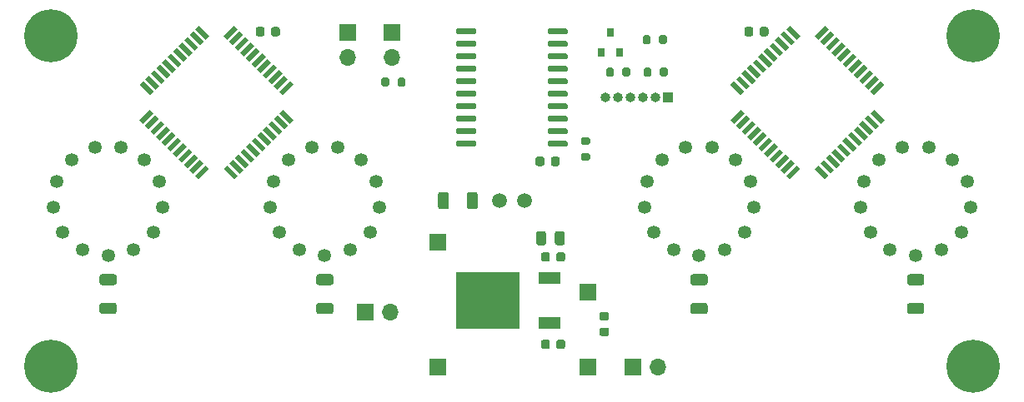
<source format=gbr>
G04 #@! TF.GenerationSoftware,KiCad,Pcbnew,(5.1.8)-1*
G04 #@! TF.CreationDate,2020-11-08T19:12:23+01:00*
G04 #@! TF.ProjectId,MainBoard,4d61696e-426f-4617-9264-2e6b69636164,rev?*
G04 #@! TF.SameCoordinates,Original*
G04 #@! TF.FileFunction,Soldermask,Top*
G04 #@! TF.FilePolarity,Negative*
%FSLAX46Y46*%
G04 Gerber Fmt 4.6, Leading zero omitted, Abs format (unit mm)*
G04 Created by KiCad (PCBNEW (5.1.8)-1) date 2020-11-08 19:12:23*
%MOMM*%
%LPD*%
G01*
G04 APERTURE LIST*
%ADD10O,1.700000X1.700000*%
%ADD11R,1.700000X1.700000*%
%ADD12C,0.800000*%
%ADD13C,5.400000*%
%ADD14R,6.400000X5.800000*%
%ADD15R,2.200000X1.200000*%
%ADD16O,1.000000X1.000000*%
%ADD17R,1.000000X1.000000*%
%ADD18R,0.800000X0.900000*%
%ADD19C,1.346200*%
%ADD20C,0.100000*%
%ADD21C,1.500000*%
G04 APERTURE END LIST*
G36*
G01*
X84094000Y-23347000D02*
X84094000Y-23897000D01*
G75*
G02*
X83894000Y-24097000I-200000J0D01*
G01*
X83494000Y-24097000D01*
G75*
G02*
X83294000Y-23897000I0J200000D01*
G01*
X83294000Y-23347000D01*
G75*
G02*
X83494000Y-23147000I200000J0D01*
G01*
X83894000Y-23147000D01*
G75*
G02*
X84094000Y-23347000I0J-200000D01*
G01*
G37*
G36*
G01*
X85744000Y-23347000D02*
X85744000Y-23897000D01*
G75*
G02*
X85544000Y-24097000I-200000J0D01*
G01*
X85144000Y-24097000D01*
G75*
G02*
X84944000Y-23897000I0J200000D01*
G01*
X84944000Y-23347000D01*
G75*
G02*
X85144000Y-23147000I200000J0D01*
G01*
X85544000Y-23147000D01*
G75*
G02*
X85744000Y-23347000I0J-200000D01*
G01*
G37*
G36*
G01*
X79118750Y-52902500D02*
X79631250Y-52902500D01*
G75*
G02*
X79850000Y-53121250I0J-218750D01*
G01*
X79850000Y-53558750D01*
G75*
G02*
X79631250Y-53777500I-218750J0D01*
G01*
X79118750Y-53777500D01*
G75*
G02*
X78900000Y-53558750I0J218750D01*
G01*
X78900000Y-53121250D01*
G75*
G02*
X79118750Y-52902500I218750J0D01*
G01*
G37*
G36*
G01*
X79118750Y-51327500D02*
X79631250Y-51327500D01*
G75*
G02*
X79850000Y-51546250I0J-218750D01*
G01*
X79850000Y-51983750D01*
G75*
G02*
X79631250Y-52202500I-218750J0D01*
G01*
X79118750Y-52202500D01*
G75*
G02*
X78900000Y-51983750I0J218750D01*
G01*
X78900000Y-51546250D01*
G75*
G02*
X79118750Y-51327500I218750J0D01*
G01*
G37*
D10*
X57658000Y-51308000D03*
D11*
X55118000Y-51308000D03*
G36*
G01*
X77195000Y-35160000D02*
X77745000Y-35160000D01*
G75*
G02*
X77945000Y-35360000I0J-200000D01*
G01*
X77945000Y-35760000D01*
G75*
G02*
X77745000Y-35960000I-200000J0D01*
G01*
X77195000Y-35960000D01*
G75*
G02*
X76995000Y-35760000I0J200000D01*
G01*
X76995000Y-35360000D01*
G75*
G02*
X77195000Y-35160000I200000J0D01*
G01*
G37*
G36*
G01*
X77195000Y-33510000D02*
X77745000Y-33510000D01*
G75*
G02*
X77945000Y-33710000I0J-200000D01*
G01*
X77945000Y-34110000D01*
G75*
G02*
X77745000Y-34310000I-200000J0D01*
G01*
X77195000Y-34310000D01*
G75*
G02*
X76995000Y-34110000I0J200000D01*
G01*
X76995000Y-33710000D01*
G75*
G02*
X77195000Y-33510000I200000J0D01*
G01*
G37*
D12*
X118231891Y-55368109D03*
X116800000Y-54775000D03*
X115368109Y-55368109D03*
X114775000Y-56800000D03*
X115368109Y-58231891D03*
X116800000Y-58825000D03*
X118231891Y-58231891D03*
X118825000Y-56800000D03*
D13*
X116800000Y-56800000D03*
D12*
X118231891Y-21768109D03*
X116800000Y-21175000D03*
X115368109Y-21768109D03*
X114775000Y-23200000D03*
X115368109Y-24631891D03*
X116800000Y-25225000D03*
X118231891Y-24631891D03*
X118825000Y-23200000D03*
D13*
X116800000Y-23200000D03*
D12*
X24631891Y-55368109D03*
X23200000Y-54775000D03*
X21768109Y-55368109D03*
X21175000Y-56800000D03*
X21768109Y-58231891D03*
X23200000Y-58825000D03*
X24631891Y-58231891D03*
X25225000Y-56800000D03*
D13*
X23200000Y-56800000D03*
D12*
X24631891Y-21768109D03*
X23200000Y-21175000D03*
X21768109Y-21768109D03*
X21175000Y-23200000D03*
X21768109Y-24631891D03*
X23200000Y-25225000D03*
X24631891Y-24631891D03*
X25225000Y-23200000D03*
D13*
X23200000Y-23200000D03*
G36*
G01*
X58400000Y-28215000D02*
X58400000Y-27665000D01*
G75*
G02*
X58600000Y-27465000I200000J0D01*
G01*
X59000000Y-27465000D01*
G75*
G02*
X59200000Y-27665000I0J-200000D01*
G01*
X59200000Y-28215000D01*
G75*
G02*
X59000000Y-28415000I-200000J0D01*
G01*
X58600000Y-28415000D01*
G75*
G02*
X58400000Y-28215000I0J200000D01*
G01*
G37*
G36*
G01*
X56750000Y-28215000D02*
X56750000Y-27665000D01*
G75*
G02*
X56950000Y-27465000I200000J0D01*
G01*
X57350000Y-27465000D01*
G75*
G02*
X57550000Y-27665000I0J-200000D01*
G01*
X57550000Y-28215000D01*
G75*
G02*
X57350000Y-28415000I-200000J0D01*
G01*
X56950000Y-28415000D01*
G75*
G02*
X56750000Y-28215000I0J200000D01*
G01*
G37*
D14*
X67540000Y-50165000D03*
D15*
X73840000Y-47885000D03*
X73840000Y-52445000D03*
G36*
G01*
X73856000Y-54360000D02*
X73856000Y-54860000D01*
G75*
G02*
X73631000Y-55085000I-225000J0D01*
G01*
X73181000Y-55085000D01*
G75*
G02*
X72956000Y-54860000I0J225000D01*
G01*
X72956000Y-54360000D01*
G75*
G02*
X73181000Y-54135000I225000J0D01*
G01*
X73631000Y-54135000D01*
G75*
G02*
X73856000Y-54360000I0J-225000D01*
G01*
G37*
G36*
G01*
X75406000Y-54360000D02*
X75406000Y-54860000D01*
G75*
G02*
X75181000Y-55085000I-225000J0D01*
G01*
X74731000Y-55085000D01*
G75*
G02*
X74506000Y-54860000I0J225000D01*
G01*
X74506000Y-54360000D01*
G75*
G02*
X74731000Y-54135000I225000J0D01*
G01*
X75181000Y-54135000D01*
G75*
G02*
X75406000Y-54360000I0J-225000D01*
G01*
G37*
G36*
G01*
X65412500Y-40625001D02*
X65412500Y-39374999D01*
G75*
G02*
X65662499Y-39125000I249999J0D01*
G01*
X66287501Y-39125000D01*
G75*
G02*
X66537500Y-39374999I0J-249999D01*
G01*
X66537500Y-40625001D01*
G75*
G02*
X66287501Y-40875000I-249999J0D01*
G01*
X65662499Y-40875000D01*
G75*
G02*
X65412500Y-40625001I0J249999D01*
G01*
G37*
G36*
G01*
X62487500Y-40625001D02*
X62487500Y-39374999D01*
G75*
G02*
X62737499Y-39125000I249999J0D01*
G01*
X63362501Y-39125000D01*
G75*
G02*
X63612500Y-39374999I0J-249999D01*
G01*
X63612500Y-40625001D01*
G75*
G02*
X63362501Y-40875000I-249999J0D01*
G01*
X62737499Y-40875000D01*
G75*
G02*
X62487500Y-40625001I0J249999D01*
G01*
G37*
G36*
G01*
X84157000Y-26649000D02*
X84157000Y-27199000D01*
G75*
G02*
X83957000Y-27399000I-200000J0D01*
G01*
X83557000Y-27399000D01*
G75*
G02*
X83357000Y-27199000I0J200000D01*
G01*
X83357000Y-26649000D01*
G75*
G02*
X83557000Y-26449000I200000J0D01*
G01*
X83957000Y-26449000D01*
G75*
G02*
X84157000Y-26649000I0J-200000D01*
G01*
G37*
G36*
G01*
X85807000Y-26649000D02*
X85807000Y-27199000D01*
G75*
G02*
X85607000Y-27399000I-200000J0D01*
G01*
X85207000Y-27399000D01*
G75*
G02*
X85007000Y-27199000I0J200000D01*
G01*
X85007000Y-26649000D01*
G75*
G02*
X85207000Y-26449000I200000J0D01*
G01*
X85607000Y-26449000D01*
G75*
G02*
X85807000Y-26649000I0J-200000D01*
G01*
G37*
G36*
G01*
X111625001Y-48600000D02*
X110374999Y-48600000D01*
G75*
G02*
X110125000Y-48350001I0J249999D01*
G01*
X110125000Y-47724999D01*
G75*
G02*
X110374999Y-47475000I249999J0D01*
G01*
X111625001Y-47475000D01*
G75*
G02*
X111875000Y-47724999I0J-249999D01*
G01*
X111875000Y-48350001D01*
G75*
G02*
X111625001Y-48600000I-249999J0D01*
G01*
G37*
G36*
G01*
X111625001Y-51525000D02*
X110374999Y-51525000D01*
G75*
G02*
X110125000Y-51275001I0J249999D01*
G01*
X110125000Y-50649999D01*
G75*
G02*
X110374999Y-50400000I249999J0D01*
G01*
X111625001Y-50400000D01*
G75*
G02*
X111875000Y-50649999I0J-249999D01*
G01*
X111875000Y-51275001D01*
G75*
G02*
X111625001Y-51525000I-249999J0D01*
G01*
G37*
G36*
G01*
X89625001Y-48600000D02*
X88374999Y-48600000D01*
G75*
G02*
X88125000Y-48350001I0J249999D01*
G01*
X88125000Y-47724999D01*
G75*
G02*
X88374999Y-47475000I249999J0D01*
G01*
X89625001Y-47475000D01*
G75*
G02*
X89875000Y-47724999I0J-249999D01*
G01*
X89875000Y-48350001D01*
G75*
G02*
X89625001Y-48600000I-249999J0D01*
G01*
G37*
G36*
G01*
X89625001Y-51525000D02*
X88374999Y-51525000D01*
G75*
G02*
X88125000Y-51275001I0J249999D01*
G01*
X88125000Y-50649999D01*
G75*
G02*
X88374999Y-50400000I249999J0D01*
G01*
X89625001Y-50400000D01*
G75*
G02*
X89875000Y-50649999I0J-249999D01*
G01*
X89875000Y-51275001D01*
G75*
G02*
X89625001Y-51525000I-249999J0D01*
G01*
G37*
G36*
G01*
X51625001Y-48600000D02*
X50374999Y-48600000D01*
G75*
G02*
X50125000Y-48350001I0J249999D01*
G01*
X50125000Y-47724999D01*
G75*
G02*
X50374999Y-47475000I249999J0D01*
G01*
X51625001Y-47475000D01*
G75*
G02*
X51875000Y-47724999I0J-249999D01*
G01*
X51875000Y-48350001D01*
G75*
G02*
X51625001Y-48600000I-249999J0D01*
G01*
G37*
G36*
G01*
X51625001Y-51525000D02*
X50374999Y-51525000D01*
G75*
G02*
X50125000Y-51275001I0J249999D01*
G01*
X50125000Y-50649999D01*
G75*
G02*
X50374999Y-50400000I249999J0D01*
G01*
X51625001Y-50400000D01*
G75*
G02*
X51875000Y-50649999I0J-249999D01*
G01*
X51875000Y-51275001D01*
G75*
G02*
X51625001Y-51525000I-249999J0D01*
G01*
G37*
G36*
G01*
X29625001Y-48587500D02*
X28374999Y-48587500D01*
G75*
G02*
X28125000Y-48337501I0J249999D01*
G01*
X28125000Y-47712499D01*
G75*
G02*
X28374999Y-47462500I249999J0D01*
G01*
X29625001Y-47462500D01*
G75*
G02*
X29875000Y-47712499I0J-249999D01*
G01*
X29875000Y-48337501D01*
G75*
G02*
X29625001Y-48587500I-249999J0D01*
G01*
G37*
G36*
G01*
X29625001Y-51512500D02*
X28374999Y-51512500D01*
G75*
G02*
X28125000Y-51262501I0J249999D01*
G01*
X28125000Y-50637499D01*
G75*
G02*
X28374999Y-50387500I249999J0D01*
G01*
X29625001Y-50387500D01*
G75*
G02*
X29875000Y-50637499I0J-249999D01*
G01*
X29875000Y-51262501D01*
G75*
G02*
X29625001Y-51512500I-249999J0D01*
G01*
G37*
G36*
G01*
X73464000Y-43340000D02*
X73464000Y-44290000D01*
G75*
G02*
X73214000Y-44540000I-250000J0D01*
G01*
X72714000Y-44540000D01*
G75*
G02*
X72464000Y-44290000I0J250000D01*
G01*
X72464000Y-43340000D01*
G75*
G02*
X72714000Y-43090000I250000J0D01*
G01*
X73214000Y-43090000D01*
G75*
G02*
X73464000Y-43340000I0J-250000D01*
G01*
G37*
G36*
G01*
X75364000Y-43340000D02*
X75364000Y-44290000D01*
G75*
G02*
X75114000Y-44540000I-250000J0D01*
G01*
X74614000Y-44540000D01*
G75*
G02*
X74364000Y-44290000I0J250000D01*
G01*
X74364000Y-43340000D01*
G75*
G02*
X74614000Y-43090000I250000J0D01*
G01*
X75114000Y-43090000D01*
G75*
G02*
X75364000Y-43340000I0J-250000D01*
G01*
G37*
G36*
G01*
X73856000Y-45470000D02*
X73856000Y-45970000D01*
G75*
G02*
X73631000Y-46195000I-225000J0D01*
G01*
X73181000Y-46195000D01*
G75*
G02*
X72956000Y-45970000I0J225000D01*
G01*
X72956000Y-45470000D01*
G75*
G02*
X73181000Y-45245000I225000J0D01*
G01*
X73631000Y-45245000D01*
G75*
G02*
X73856000Y-45470000I0J-225000D01*
G01*
G37*
G36*
G01*
X75406000Y-45470000D02*
X75406000Y-45970000D01*
G75*
G02*
X75181000Y-46195000I-225000J0D01*
G01*
X74731000Y-46195000D01*
G75*
G02*
X74506000Y-45970000I0J225000D01*
G01*
X74506000Y-45470000D01*
G75*
G02*
X74731000Y-45245000I225000J0D01*
G01*
X75181000Y-45245000D01*
G75*
G02*
X75406000Y-45470000I0J-225000D01*
G01*
G37*
G36*
G01*
X45550000Y-23050000D02*
X45550000Y-22550000D01*
G75*
G02*
X45775000Y-22325000I225000J0D01*
G01*
X46225000Y-22325000D01*
G75*
G02*
X46450000Y-22550000I0J-225000D01*
G01*
X46450000Y-23050000D01*
G75*
G02*
X46225000Y-23275000I-225000J0D01*
G01*
X45775000Y-23275000D01*
G75*
G02*
X45550000Y-23050000I0J225000D01*
G01*
G37*
G36*
G01*
X44000000Y-23050000D02*
X44000000Y-22550000D01*
G75*
G02*
X44225000Y-22325000I225000J0D01*
G01*
X44675000Y-22325000D01*
G75*
G02*
X44900000Y-22550000I0J-225000D01*
G01*
X44900000Y-23050000D01*
G75*
G02*
X44675000Y-23275000I-225000J0D01*
G01*
X44225000Y-23275000D01*
G75*
G02*
X44000000Y-23050000I0J225000D01*
G01*
G37*
G36*
G01*
X95150000Y-23050000D02*
X95150000Y-22550000D01*
G75*
G02*
X95375000Y-22325000I225000J0D01*
G01*
X95825000Y-22325000D01*
G75*
G02*
X96050000Y-22550000I0J-225000D01*
G01*
X96050000Y-23050000D01*
G75*
G02*
X95825000Y-23275000I-225000J0D01*
G01*
X95375000Y-23275000D01*
G75*
G02*
X95150000Y-23050000I0J225000D01*
G01*
G37*
G36*
G01*
X93600000Y-23050000D02*
X93600000Y-22550000D01*
G75*
G02*
X93825000Y-22325000I225000J0D01*
G01*
X94275000Y-22325000D01*
G75*
G02*
X94500000Y-22550000I0J-225000D01*
G01*
X94500000Y-23050000D01*
G75*
G02*
X94275000Y-23275000I-225000J0D01*
G01*
X93825000Y-23275000D01*
G75*
G02*
X93600000Y-23050000I0J225000D01*
G01*
G37*
G36*
G01*
X73300000Y-35750000D02*
X73300000Y-36250000D01*
G75*
G02*
X73075000Y-36475000I-225000J0D01*
G01*
X72625000Y-36475000D01*
G75*
G02*
X72400000Y-36250000I0J225000D01*
G01*
X72400000Y-35750000D01*
G75*
G02*
X72625000Y-35525000I225000J0D01*
G01*
X73075000Y-35525000D01*
G75*
G02*
X73300000Y-35750000I0J-225000D01*
G01*
G37*
G36*
G01*
X74850000Y-35750000D02*
X74850000Y-36250000D01*
G75*
G02*
X74625000Y-36475000I-225000J0D01*
G01*
X74175000Y-36475000D01*
G75*
G02*
X73950000Y-36250000I0J225000D01*
G01*
X73950000Y-35750000D01*
G75*
G02*
X74175000Y-35525000I225000J0D01*
G01*
X74625000Y-35525000D01*
G75*
G02*
X74850000Y-35750000I0J-225000D01*
G01*
G37*
D16*
X79502000Y-29464000D03*
X80772000Y-29464000D03*
X82042000Y-29464000D03*
X83312000Y-29464000D03*
X84582000Y-29464000D03*
D17*
X85852000Y-29464000D03*
G36*
G01*
X80347000Y-26649000D02*
X80347000Y-27199000D01*
G75*
G02*
X80147000Y-27399000I-200000J0D01*
G01*
X79747000Y-27399000D01*
G75*
G02*
X79547000Y-27199000I0J200000D01*
G01*
X79547000Y-26649000D01*
G75*
G02*
X79747000Y-26449000I200000J0D01*
G01*
X80147000Y-26449000D01*
G75*
G02*
X80347000Y-26649000I0J-200000D01*
G01*
G37*
G36*
G01*
X81997000Y-26649000D02*
X81997000Y-27199000D01*
G75*
G02*
X81797000Y-27399000I-200000J0D01*
G01*
X81397000Y-27399000D01*
G75*
G02*
X81197000Y-27199000I0J200000D01*
G01*
X81197000Y-26649000D01*
G75*
G02*
X81397000Y-26449000I200000J0D01*
G01*
X81797000Y-26449000D01*
G75*
G02*
X81997000Y-26649000I0J-200000D01*
G01*
G37*
D18*
X80010000Y-22876000D03*
X80960000Y-24876000D03*
X79060000Y-24876000D03*
D11*
X77724000Y-49276000D03*
X62484000Y-44196000D03*
X62484000Y-56896000D03*
X77724000Y-56896000D03*
G36*
G01*
X66375000Y-34065000D02*
X66375000Y-34365000D01*
G75*
G02*
X66225000Y-34515000I-150000J0D01*
G01*
X64475000Y-34515000D01*
G75*
G02*
X64325000Y-34365000I0J150000D01*
G01*
X64325000Y-34065000D01*
G75*
G02*
X64475000Y-33915000I150000J0D01*
G01*
X66225000Y-33915000D01*
G75*
G02*
X66375000Y-34065000I0J-150000D01*
G01*
G37*
G36*
G01*
X66375000Y-32795000D02*
X66375000Y-33095000D01*
G75*
G02*
X66225000Y-33245000I-150000J0D01*
G01*
X64475000Y-33245000D01*
G75*
G02*
X64325000Y-33095000I0J150000D01*
G01*
X64325000Y-32795000D01*
G75*
G02*
X64475000Y-32645000I150000J0D01*
G01*
X66225000Y-32645000D01*
G75*
G02*
X66375000Y-32795000I0J-150000D01*
G01*
G37*
G36*
G01*
X66375000Y-31525000D02*
X66375000Y-31825000D01*
G75*
G02*
X66225000Y-31975000I-150000J0D01*
G01*
X64475000Y-31975000D01*
G75*
G02*
X64325000Y-31825000I0J150000D01*
G01*
X64325000Y-31525000D01*
G75*
G02*
X64475000Y-31375000I150000J0D01*
G01*
X66225000Y-31375000D01*
G75*
G02*
X66375000Y-31525000I0J-150000D01*
G01*
G37*
G36*
G01*
X66375000Y-30255000D02*
X66375000Y-30555000D01*
G75*
G02*
X66225000Y-30705000I-150000J0D01*
G01*
X64475000Y-30705000D01*
G75*
G02*
X64325000Y-30555000I0J150000D01*
G01*
X64325000Y-30255000D01*
G75*
G02*
X64475000Y-30105000I150000J0D01*
G01*
X66225000Y-30105000D01*
G75*
G02*
X66375000Y-30255000I0J-150000D01*
G01*
G37*
G36*
G01*
X66375000Y-28985000D02*
X66375000Y-29285000D01*
G75*
G02*
X66225000Y-29435000I-150000J0D01*
G01*
X64475000Y-29435000D01*
G75*
G02*
X64325000Y-29285000I0J150000D01*
G01*
X64325000Y-28985000D01*
G75*
G02*
X64475000Y-28835000I150000J0D01*
G01*
X66225000Y-28835000D01*
G75*
G02*
X66375000Y-28985000I0J-150000D01*
G01*
G37*
G36*
G01*
X66375000Y-27715000D02*
X66375000Y-28015000D01*
G75*
G02*
X66225000Y-28165000I-150000J0D01*
G01*
X64475000Y-28165000D01*
G75*
G02*
X64325000Y-28015000I0J150000D01*
G01*
X64325000Y-27715000D01*
G75*
G02*
X64475000Y-27565000I150000J0D01*
G01*
X66225000Y-27565000D01*
G75*
G02*
X66375000Y-27715000I0J-150000D01*
G01*
G37*
G36*
G01*
X66375000Y-26445000D02*
X66375000Y-26745000D01*
G75*
G02*
X66225000Y-26895000I-150000J0D01*
G01*
X64475000Y-26895000D01*
G75*
G02*
X64325000Y-26745000I0J150000D01*
G01*
X64325000Y-26445000D01*
G75*
G02*
X64475000Y-26295000I150000J0D01*
G01*
X66225000Y-26295000D01*
G75*
G02*
X66375000Y-26445000I0J-150000D01*
G01*
G37*
G36*
G01*
X66375000Y-25175000D02*
X66375000Y-25475000D01*
G75*
G02*
X66225000Y-25625000I-150000J0D01*
G01*
X64475000Y-25625000D01*
G75*
G02*
X64325000Y-25475000I0J150000D01*
G01*
X64325000Y-25175000D01*
G75*
G02*
X64475000Y-25025000I150000J0D01*
G01*
X66225000Y-25025000D01*
G75*
G02*
X66375000Y-25175000I0J-150000D01*
G01*
G37*
G36*
G01*
X66375000Y-23905000D02*
X66375000Y-24205000D01*
G75*
G02*
X66225000Y-24355000I-150000J0D01*
G01*
X64475000Y-24355000D01*
G75*
G02*
X64325000Y-24205000I0J150000D01*
G01*
X64325000Y-23905000D01*
G75*
G02*
X64475000Y-23755000I150000J0D01*
G01*
X66225000Y-23755000D01*
G75*
G02*
X66375000Y-23905000I0J-150000D01*
G01*
G37*
G36*
G01*
X66375000Y-22635000D02*
X66375000Y-22935000D01*
G75*
G02*
X66225000Y-23085000I-150000J0D01*
G01*
X64475000Y-23085000D01*
G75*
G02*
X64325000Y-22935000I0J150000D01*
G01*
X64325000Y-22635000D01*
G75*
G02*
X64475000Y-22485000I150000J0D01*
G01*
X66225000Y-22485000D01*
G75*
G02*
X66375000Y-22635000I0J-150000D01*
G01*
G37*
G36*
G01*
X75675000Y-22635000D02*
X75675000Y-22935000D01*
G75*
G02*
X75525000Y-23085000I-150000J0D01*
G01*
X73775000Y-23085000D01*
G75*
G02*
X73625000Y-22935000I0J150000D01*
G01*
X73625000Y-22635000D01*
G75*
G02*
X73775000Y-22485000I150000J0D01*
G01*
X75525000Y-22485000D01*
G75*
G02*
X75675000Y-22635000I0J-150000D01*
G01*
G37*
G36*
G01*
X75675000Y-23905000D02*
X75675000Y-24205000D01*
G75*
G02*
X75525000Y-24355000I-150000J0D01*
G01*
X73775000Y-24355000D01*
G75*
G02*
X73625000Y-24205000I0J150000D01*
G01*
X73625000Y-23905000D01*
G75*
G02*
X73775000Y-23755000I150000J0D01*
G01*
X75525000Y-23755000D01*
G75*
G02*
X75675000Y-23905000I0J-150000D01*
G01*
G37*
G36*
G01*
X75675000Y-25175000D02*
X75675000Y-25475000D01*
G75*
G02*
X75525000Y-25625000I-150000J0D01*
G01*
X73775000Y-25625000D01*
G75*
G02*
X73625000Y-25475000I0J150000D01*
G01*
X73625000Y-25175000D01*
G75*
G02*
X73775000Y-25025000I150000J0D01*
G01*
X75525000Y-25025000D01*
G75*
G02*
X75675000Y-25175000I0J-150000D01*
G01*
G37*
G36*
G01*
X75675000Y-26445000D02*
X75675000Y-26745000D01*
G75*
G02*
X75525000Y-26895000I-150000J0D01*
G01*
X73775000Y-26895000D01*
G75*
G02*
X73625000Y-26745000I0J150000D01*
G01*
X73625000Y-26445000D01*
G75*
G02*
X73775000Y-26295000I150000J0D01*
G01*
X75525000Y-26295000D01*
G75*
G02*
X75675000Y-26445000I0J-150000D01*
G01*
G37*
G36*
G01*
X75675000Y-27715000D02*
X75675000Y-28015000D01*
G75*
G02*
X75525000Y-28165000I-150000J0D01*
G01*
X73775000Y-28165000D01*
G75*
G02*
X73625000Y-28015000I0J150000D01*
G01*
X73625000Y-27715000D01*
G75*
G02*
X73775000Y-27565000I150000J0D01*
G01*
X75525000Y-27565000D01*
G75*
G02*
X75675000Y-27715000I0J-150000D01*
G01*
G37*
G36*
G01*
X75675000Y-28985000D02*
X75675000Y-29285000D01*
G75*
G02*
X75525000Y-29435000I-150000J0D01*
G01*
X73775000Y-29435000D01*
G75*
G02*
X73625000Y-29285000I0J150000D01*
G01*
X73625000Y-28985000D01*
G75*
G02*
X73775000Y-28835000I150000J0D01*
G01*
X75525000Y-28835000D01*
G75*
G02*
X75675000Y-28985000I0J-150000D01*
G01*
G37*
G36*
G01*
X75675000Y-30255000D02*
X75675000Y-30555000D01*
G75*
G02*
X75525000Y-30705000I-150000J0D01*
G01*
X73775000Y-30705000D01*
G75*
G02*
X73625000Y-30555000I0J150000D01*
G01*
X73625000Y-30255000D01*
G75*
G02*
X73775000Y-30105000I150000J0D01*
G01*
X75525000Y-30105000D01*
G75*
G02*
X75675000Y-30255000I0J-150000D01*
G01*
G37*
G36*
G01*
X75675000Y-31525000D02*
X75675000Y-31825000D01*
G75*
G02*
X75525000Y-31975000I-150000J0D01*
G01*
X73775000Y-31975000D01*
G75*
G02*
X73625000Y-31825000I0J150000D01*
G01*
X73625000Y-31525000D01*
G75*
G02*
X73775000Y-31375000I150000J0D01*
G01*
X75525000Y-31375000D01*
G75*
G02*
X75675000Y-31525000I0J-150000D01*
G01*
G37*
G36*
G01*
X75675000Y-32795000D02*
X75675000Y-33095000D01*
G75*
G02*
X75525000Y-33245000I-150000J0D01*
G01*
X73775000Y-33245000D01*
G75*
G02*
X73625000Y-33095000I0J150000D01*
G01*
X73625000Y-32795000D01*
G75*
G02*
X73775000Y-32645000I150000J0D01*
G01*
X75525000Y-32645000D01*
G75*
G02*
X75675000Y-32795000I0J-150000D01*
G01*
G37*
G36*
G01*
X75675000Y-34065000D02*
X75675000Y-34365000D01*
G75*
G02*
X75525000Y-34515000I-150000J0D01*
G01*
X73775000Y-34515000D01*
G75*
G02*
X73625000Y-34365000I0J150000D01*
G01*
X73625000Y-34065000D01*
G75*
G02*
X73775000Y-33915000I150000J0D01*
G01*
X75525000Y-33915000D01*
G75*
G02*
X75675000Y-34065000I0J-150000D01*
G01*
G37*
D10*
X84836000Y-56896000D03*
D11*
X82296000Y-56896000D03*
D10*
X57785000Y-25400000D03*
D11*
X57785000Y-22860000D03*
D10*
X53340000Y-25400000D03*
D11*
X53340000Y-22860000D03*
D19*
X91602450Y-44958554D03*
X93608710Y-43181163D03*
X94559170Y-40675005D03*
X94236091Y-38014213D03*
X92713487Y-35808340D03*
X90340168Y-34562726D03*
X87659832Y-34562726D03*
X85286513Y-35808340D03*
X83763909Y-38014213D03*
X83440830Y-40675005D03*
X84391290Y-43181163D03*
X86397550Y-44958554D03*
X89000000Y-45600000D03*
X31602450Y-44958554D03*
X33608710Y-43181163D03*
X34559170Y-40675005D03*
X34236091Y-38014213D03*
X32713487Y-35808340D03*
X30340168Y-34562726D03*
X27659832Y-34562726D03*
X25286513Y-35808340D03*
X23763909Y-38014213D03*
X23440830Y-40675005D03*
X24391290Y-43181163D03*
X26397550Y-44958554D03*
X29000000Y-45600000D03*
X113602450Y-44958554D03*
X115608710Y-43181163D03*
X116559170Y-40675005D03*
X116236091Y-38014213D03*
X114713487Y-35808340D03*
X112340168Y-34562726D03*
X109659832Y-34562726D03*
X107286513Y-35808340D03*
X105763909Y-38014213D03*
X105440830Y-40675005D03*
X106391290Y-43181163D03*
X108397550Y-44958554D03*
X111000000Y-45600000D03*
X53602450Y-44958554D03*
X55608710Y-43181163D03*
X56559170Y-40675005D03*
X56236091Y-38014213D03*
X54713487Y-35808340D03*
X52340168Y-34562726D03*
X49659832Y-34562726D03*
X47286513Y-35808340D03*
X45763909Y-38014213D03*
X45440830Y-40675005D03*
X46391290Y-43181163D03*
X48397550Y-44958554D03*
X51000000Y-45600000D03*
D20*
G36*
X99264609Y-36759941D02*
G01*
X98203949Y-37820601D01*
X97836253Y-37452905D01*
X98896913Y-36392245D01*
X99264609Y-36759941D01*
G37*
G36*
X98698924Y-36194256D02*
G01*
X97638264Y-37254916D01*
X97270568Y-36887220D01*
X98331228Y-35826560D01*
X98698924Y-36194256D01*
G37*
G36*
X98133238Y-35628570D02*
G01*
X97072578Y-36689230D01*
X96704882Y-36321534D01*
X97765542Y-35260874D01*
X98133238Y-35628570D01*
G37*
G36*
X97567553Y-35062885D02*
G01*
X96506893Y-36123545D01*
X96139197Y-35755849D01*
X97199857Y-34695189D01*
X97567553Y-35062885D01*
G37*
G36*
X97001867Y-34497199D02*
G01*
X95941207Y-35557859D01*
X95573511Y-35190163D01*
X96634171Y-34129503D01*
X97001867Y-34497199D01*
G37*
G36*
X96436182Y-33931514D02*
G01*
X95375522Y-34992174D01*
X95007826Y-34624478D01*
X96068486Y-33563818D01*
X96436182Y-33931514D01*
G37*
G36*
X95870497Y-33365829D02*
G01*
X94809837Y-34426489D01*
X94442141Y-34058793D01*
X95502801Y-32998133D01*
X95870497Y-33365829D01*
G37*
G36*
X95304811Y-32800143D02*
G01*
X94244151Y-33860803D01*
X93876455Y-33493107D01*
X94937115Y-32432447D01*
X95304811Y-32800143D01*
G37*
G36*
X94739126Y-32234458D02*
G01*
X93678466Y-33295118D01*
X93310770Y-32927422D01*
X94371430Y-31866762D01*
X94739126Y-32234458D01*
G37*
G36*
X94173440Y-31668772D02*
G01*
X93112780Y-32729432D01*
X92745084Y-32361736D01*
X93805744Y-31301076D01*
X94173440Y-31668772D01*
G37*
G36*
X93607755Y-31103087D02*
G01*
X92547095Y-32163747D01*
X92179399Y-31796051D01*
X93240059Y-30735391D01*
X93607755Y-31103087D01*
G37*
G36*
X93607755Y-28896913D02*
G01*
X93240059Y-29264609D01*
X92179399Y-28203949D01*
X92547095Y-27836253D01*
X93607755Y-28896913D01*
G37*
G36*
X94173440Y-28331228D02*
G01*
X93805744Y-28698924D01*
X92745084Y-27638264D01*
X93112780Y-27270568D01*
X94173440Y-28331228D01*
G37*
G36*
X94739126Y-27765542D02*
G01*
X94371430Y-28133238D01*
X93310770Y-27072578D01*
X93678466Y-26704882D01*
X94739126Y-27765542D01*
G37*
G36*
X95304811Y-27199857D02*
G01*
X94937115Y-27567553D01*
X93876455Y-26506893D01*
X94244151Y-26139197D01*
X95304811Y-27199857D01*
G37*
G36*
X95870497Y-26634171D02*
G01*
X95502801Y-27001867D01*
X94442141Y-25941207D01*
X94809837Y-25573511D01*
X95870497Y-26634171D01*
G37*
G36*
X96436182Y-26068486D02*
G01*
X96068486Y-26436182D01*
X95007826Y-25375522D01*
X95375522Y-25007826D01*
X96436182Y-26068486D01*
G37*
G36*
X97001867Y-25502801D02*
G01*
X96634171Y-25870497D01*
X95573511Y-24809837D01*
X95941207Y-24442141D01*
X97001867Y-25502801D01*
G37*
G36*
X97567553Y-24937115D02*
G01*
X97199857Y-25304811D01*
X96139197Y-24244151D01*
X96506893Y-23876455D01*
X97567553Y-24937115D01*
G37*
G36*
X98133238Y-24371430D02*
G01*
X97765542Y-24739126D01*
X96704882Y-23678466D01*
X97072578Y-23310770D01*
X98133238Y-24371430D01*
G37*
G36*
X98698924Y-23805744D02*
G01*
X98331228Y-24173440D01*
X97270568Y-23112780D01*
X97638264Y-22745084D01*
X98698924Y-23805744D01*
G37*
G36*
X99264609Y-23240059D02*
G01*
X98896913Y-23607755D01*
X97836253Y-22547095D01*
X98203949Y-22179399D01*
X99264609Y-23240059D01*
G37*
G36*
X102163747Y-22547095D02*
G01*
X101103087Y-23607755D01*
X100735391Y-23240059D01*
X101796051Y-22179399D01*
X102163747Y-22547095D01*
G37*
G36*
X102729432Y-23112780D02*
G01*
X101668772Y-24173440D01*
X101301076Y-23805744D01*
X102361736Y-22745084D01*
X102729432Y-23112780D01*
G37*
G36*
X103295118Y-23678466D02*
G01*
X102234458Y-24739126D01*
X101866762Y-24371430D01*
X102927422Y-23310770D01*
X103295118Y-23678466D01*
G37*
G36*
X103860803Y-24244151D02*
G01*
X102800143Y-25304811D01*
X102432447Y-24937115D01*
X103493107Y-23876455D01*
X103860803Y-24244151D01*
G37*
G36*
X104426489Y-24809837D02*
G01*
X103365829Y-25870497D01*
X102998133Y-25502801D01*
X104058793Y-24442141D01*
X104426489Y-24809837D01*
G37*
G36*
X104992174Y-25375522D02*
G01*
X103931514Y-26436182D01*
X103563818Y-26068486D01*
X104624478Y-25007826D01*
X104992174Y-25375522D01*
G37*
G36*
X105557859Y-25941207D02*
G01*
X104497199Y-27001867D01*
X104129503Y-26634171D01*
X105190163Y-25573511D01*
X105557859Y-25941207D01*
G37*
G36*
X106123545Y-26506893D02*
G01*
X105062885Y-27567553D01*
X104695189Y-27199857D01*
X105755849Y-26139197D01*
X106123545Y-26506893D01*
G37*
G36*
X106689230Y-27072578D02*
G01*
X105628570Y-28133238D01*
X105260874Y-27765542D01*
X106321534Y-26704882D01*
X106689230Y-27072578D01*
G37*
G36*
X107254916Y-27638264D02*
G01*
X106194256Y-28698924D01*
X105826560Y-28331228D01*
X106887220Y-27270568D01*
X107254916Y-27638264D01*
G37*
G36*
X107820601Y-28203949D02*
G01*
X106759941Y-29264609D01*
X106392245Y-28896913D01*
X107452905Y-27836253D01*
X107820601Y-28203949D01*
G37*
G36*
X107820601Y-31796051D02*
G01*
X107452905Y-32163747D01*
X106392245Y-31103087D01*
X106759941Y-30735391D01*
X107820601Y-31796051D01*
G37*
G36*
X107254916Y-32361736D02*
G01*
X106887220Y-32729432D01*
X105826560Y-31668772D01*
X106194256Y-31301076D01*
X107254916Y-32361736D01*
G37*
G36*
X106689230Y-32927422D02*
G01*
X106321534Y-33295118D01*
X105260874Y-32234458D01*
X105628570Y-31866762D01*
X106689230Y-32927422D01*
G37*
G36*
X106123545Y-33493107D02*
G01*
X105755849Y-33860803D01*
X104695189Y-32800143D01*
X105062885Y-32432447D01*
X106123545Y-33493107D01*
G37*
G36*
X105557859Y-34058793D02*
G01*
X105190163Y-34426489D01*
X104129503Y-33365829D01*
X104497199Y-32998133D01*
X105557859Y-34058793D01*
G37*
G36*
X104992174Y-34624478D02*
G01*
X104624478Y-34992174D01*
X103563818Y-33931514D01*
X103931514Y-33563818D01*
X104992174Y-34624478D01*
G37*
G36*
X104426489Y-35190163D02*
G01*
X104058793Y-35557859D01*
X102998133Y-34497199D01*
X103365829Y-34129503D01*
X104426489Y-35190163D01*
G37*
G36*
X103860803Y-35755849D02*
G01*
X103493107Y-36123545D01*
X102432447Y-35062885D01*
X102800143Y-34695189D01*
X103860803Y-35755849D01*
G37*
G36*
X103295118Y-36321534D02*
G01*
X102927422Y-36689230D01*
X101866762Y-35628570D01*
X102234458Y-35260874D01*
X103295118Y-36321534D01*
G37*
G36*
X102729432Y-36887220D02*
G01*
X102361736Y-37254916D01*
X101301076Y-36194256D01*
X101668772Y-35826560D01*
X102729432Y-36887220D01*
G37*
G36*
X102163747Y-37452905D02*
G01*
X101796051Y-37820601D01*
X100735391Y-36759941D01*
X101103087Y-36392245D01*
X102163747Y-37452905D01*
G37*
G36*
X33240059Y-29264609D02*
G01*
X32179399Y-28203949D01*
X32547095Y-27836253D01*
X33607755Y-28896913D01*
X33240059Y-29264609D01*
G37*
G36*
X33805744Y-28698924D02*
G01*
X32745084Y-27638264D01*
X33112780Y-27270568D01*
X34173440Y-28331228D01*
X33805744Y-28698924D01*
G37*
G36*
X34371430Y-28133238D02*
G01*
X33310770Y-27072578D01*
X33678466Y-26704882D01*
X34739126Y-27765542D01*
X34371430Y-28133238D01*
G37*
G36*
X34937115Y-27567553D02*
G01*
X33876455Y-26506893D01*
X34244151Y-26139197D01*
X35304811Y-27199857D01*
X34937115Y-27567553D01*
G37*
G36*
X35502801Y-27001867D02*
G01*
X34442141Y-25941207D01*
X34809837Y-25573511D01*
X35870497Y-26634171D01*
X35502801Y-27001867D01*
G37*
G36*
X36068486Y-26436182D02*
G01*
X35007826Y-25375522D01*
X35375522Y-25007826D01*
X36436182Y-26068486D01*
X36068486Y-26436182D01*
G37*
G36*
X36634171Y-25870497D02*
G01*
X35573511Y-24809837D01*
X35941207Y-24442141D01*
X37001867Y-25502801D01*
X36634171Y-25870497D01*
G37*
G36*
X37199857Y-25304811D02*
G01*
X36139197Y-24244151D01*
X36506893Y-23876455D01*
X37567553Y-24937115D01*
X37199857Y-25304811D01*
G37*
G36*
X37765542Y-24739126D02*
G01*
X36704882Y-23678466D01*
X37072578Y-23310770D01*
X38133238Y-24371430D01*
X37765542Y-24739126D01*
G37*
G36*
X38331228Y-24173440D02*
G01*
X37270568Y-23112780D01*
X37638264Y-22745084D01*
X38698924Y-23805744D01*
X38331228Y-24173440D01*
G37*
G36*
X38896913Y-23607755D02*
G01*
X37836253Y-22547095D01*
X38203949Y-22179399D01*
X39264609Y-23240059D01*
X38896913Y-23607755D01*
G37*
G36*
X41103087Y-23607755D02*
G01*
X40735391Y-23240059D01*
X41796051Y-22179399D01*
X42163747Y-22547095D01*
X41103087Y-23607755D01*
G37*
G36*
X41668772Y-24173440D02*
G01*
X41301076Y-23805744D01*
X42361736Y-22745084D01*
X42729432Y-23112780D01*
X41668772Y-24173440D01*
G37*
G36*
X42234458Y-24739126D02*
G01*
X41866762Y-24371430D01*
X42927422Y-23310770D01*
X43295118Y-23678466D01*
X42234458Y-24739126D01*
G37*
G36*
X42800143Y-25304811D02*
G01*
X42432447Y-24937115D01*
X43493107Y-23876455D01*
X43860803Y-24244151D01*
X42800143Y-25304811D01*
G37*
G36*
X43365829Y-25870497D02*
G01*
X42998133Y-25502801D01*
X44058793Y-24442141D01*
X44426489Y-24809837D01*
X43365829Y-25870497D01*
G37*
G36*
X43931514Y-26436182D02*
G01*
X43563818Y-26068486D01*
X44624478Y-25007826D01*
X44992174Y-25375522D01*
X43931514Y-26436182D01*
G37*
G36*
X44497199Y-27001867D02*
G01*
X44129503Y-26634171D01*
X45190163Y-25573511D01*
X45557859Y-25941207D01*
X44497199Y-27001867D01*
G37*
G36*
X45062885Y-27567553D02*
G01*
X44695189Y-27199857D01*
X45755849Y-26139197D01*
X46123545Y-26506893D01*
X45062885Y-27567553D01*
G37*
G36*
X45628570Y-28133238D02*
G01*
X45260874Y-27765542D01*
X46321534Y-26704882D01*
X46689230Y-27072578D01*
X45628570Y-28133238D01*
G37*
G36*
X46194256Y-28698924D02*
G01*
X45826560Y-28331228D01*
X46887220Y-27270568D01*
X47254916Y-27638264D01*
X46194256Y-28698924D01*
G37*
G36*
X46759941Y-29264609D02*
G01*
X46392245Y-28896913D01*
X47452905Y-27836253D01*
X47820601Y-28203949D01*
X46759941Y-29264609D01*
G37*
G36*
X47452905Y-32163747D02*
G01*
X46392245Y-31103087D01*
X46759941Y-30735391D01*
X47820601Y-31796051D01*
X47452905Y-32163747D01*
G37*
G36*
X46887220Y-32729432D02*
G01*
X45826560Y-31668772D01*
X46194256Y-31301076D01*
X47254916Y-32361736D01*
X46887220Y-32729432D01*
G37*
G36*
X46321534Y-33295118D02*
G01*
X45260874Y-32234458D01*
X45628570Y-31866762D01*
X46689230Y-32927422D01*
X46321534Y-33295118D01*
G37*
G36*
X45755849Y-33860803D02*
G01*
X44695189Y-32800143D01*
X45062885Y-32432447D01*
X46123545Y-33493107D01*
X45755849Y-33860803D01*
G37*
G36*
X45190163Y-34426489D02*
G01*
X44129503Y-33365829D01*
X44497199Y-32998133D01*
X45557859Y-34058793D01*
X45190163Y-34426489D01*
G37*
G36*
X44624478Y-34992174D02*
G01*
X43563818Y-33931514D01*
X43931514Y-33563818D01*
X44992174Y-34624478D01*
X44624478Y-34992174D01*
G37*
G36*
X44058793Y-35557859D02*
G01*
X42998133Y-34497199D01*
X43365829Y-34129503D01*
X44426489Y-35190163D01*
X44058793Y-35557859D01*
G37*
G36*
X43493107Y-36123545D02*
G01*
X42432447Y-35062885D01*
X42800143Y-34695189D01*
X43860803Y-35755849D01*
X43493107Y-36123545D01*
G37*
G36*
X42927422Y-36689230D02*
G01*
X41866762Y-35628570D01*
X42234458Y-35260874D01*
X43295118Y-36321534D01*
X42927422Y-36689230D01*
G37*
G36*
X42361736Y-37254916D02*
G01*
X41301076Y-36194256D01*
X41668772Y-35826560D01*
X42729432Y-36887220D01*
X42361736Y-37254916D01*
G37*
G36*
X41796051Y-37820601D02*
G01*
X40735391Y-36759941D01*
X41103087Y-36392245D01*
X42163747Y-37452905D01*
X41796051Y-37820601D01*
G37*
G36*
X38203949Y-37820601D02*
G01*
X37836253Y-37452905D01*
X38896913Y-36392245D01*
X39264609Y-36759941D01*
X38203949Y-37820601D01*
G37*
G36*
X37638264Y-37254916D02*
G01*
X37270568Y-36887220D01*
X38331228Y-35826560D01*
X38698924Y-36194256D01*
X37638264Y-37254916D01*
G37*
G36*
X37072578Y-36689230D02*
G01*
X36704882Y-36321534D01*
X37765542Y-35260874D01*
X38133238Y-35628570D01*
X37072578Y-36689230D01*
G37*
G36*
X36506893Y-36123545D02*
G01*
X36139197Y-35755849D01*
X37199857Y-34695189D01*
X37567553Y-35062885D01*
X36506893Y-36123545D01*
G37*
G36*
X35941207Y-35557859D02*
G01*
X35573511Y-35190163D01*
X36634171Y-34129503D01*
X37001867Y-34497199D01*
X35941207Y-35557859D01*
G37*
G36*
X35375522Y-34992174D02*
G01*
X35007826Y-34624478D01*
X36068486Y-33563818D01*
X36436182Y-33931514D01*
X35375522Y-34992174D01*
G37*
G36*
X34809837Y-34426489D02*
G01*
X34442141Y-34058793D01*
X35502801Y-32998133D01*
X35870497Y-33365829D01*
X34809837Y-34426489D01*
G37*
G36*
X34244151Y-33860803D02*
G01*
X33876455Y-33493107D01*
X34937115Y-32432447D01*
X35304811Y-32800143D01*
X34244151Y-33860803D01*
G37*
G36*
X33678466Y-33295118D02*
G01*
X33310770Y-32927422D01*
X34371430Y-31866762D01*
X34739126Y-32234458D01*
X33678466Y-33295118D01*
G37*
G36*
X33112780Y-32729432D02*
G01*
X32745084Y-32361736D01*
X33805744Y-31301076D01*
X34173440Y-31668772D01*
X33112780Y-32729432D01*
G37*
G36*
X32547095Y-32163747D02*
G01*
X32179399Y-31796051D01*
X33240059Y-30735391D01*
X33607755Y-31103087D01*
X32547095Y-32163747D01*
G37*
D21*
X68730000Y-40000000D03*
X71270000Y-40000000D03*
M02*

</source>
